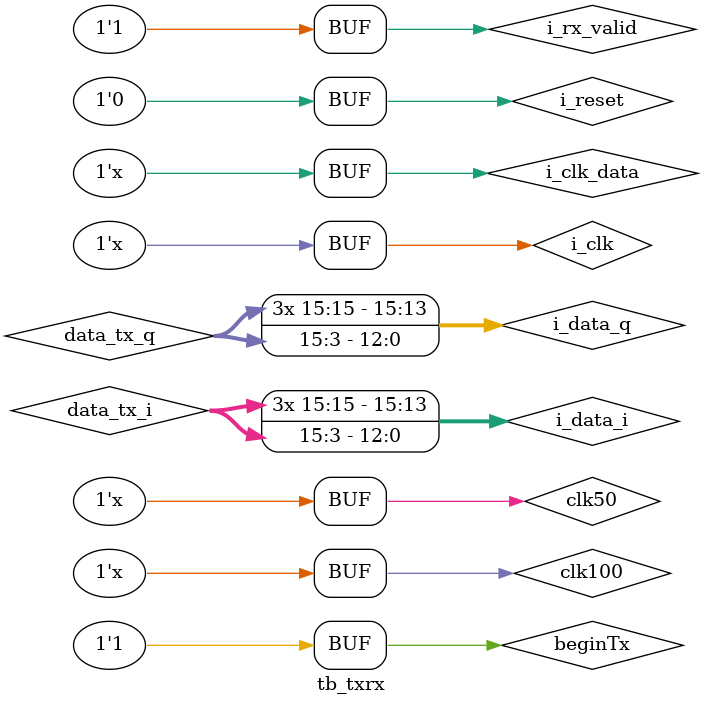
<source format=v>
`timescale 1ns / 1ps


module tb_txrx();

reg clk100 = 0;
always #5 clk100 = !clk100;
reg clk50 = 0;
always #10 clk50 = !clk50;

wire [15:0] data_tx_i;
wire [15:0] data_tx_q;

reg beginTx = 0;
initial #1000 beginTx = 1;

    testtx 
    testGenaData(
    .clk(clk100),
    .data(0),
    .data1(0),
    .mode(3'd4),
    .reset(0),
    .beginTX(beginTx),
    
    .clk_out_data(/*clk_data*/clk50),
    .wayt_output_data(/*en_sin*/1),
    .out_i(data_tx_i),
    .out_q(data_tx_q)
   );
    
//   test_rx
//   _test_recive(
//        .i_clk(clk100),
//        .i_reset(0),
//        .i_clk_data(clk50),
//        .i_rx_valid(1),
//        .i_data_i(data_tx_i),
//        .i_data_q(data_tx_q)
//    );

    wire i_clk;
    wire i_reset;
    wire i_clk_data;
    wire i_rx_valid;
    wire [15:0] i_data_i;
    wire [15:0] i_data_q;
    
    assign i_clk = clk100;
    assign i_reset = 0;
    assign i_clk_data = clk50;
    assign i_rx_valid = 1;
    assign i_data_i = {data_tx_i[15], data_tx_i[15], data_tx_i[15], data_tx_i[15:3]};
    assign i_data_q = {data_tx_q[15], data_tx_q[15], data_tx_q[15], data_tx_q[15:3]}; 
    
    (* dont_touch = "true", MARK_DEBUG="true" *) wire [15:0] w_data_i;
    (* dont_touch = "true", MARK_DEBUG="true" *) wire [15:0] w_data_q;
    
    (* dont_touch = "true", MARK_DEBUG="true" *) wire flag_wayt_data;
    (* dont_touch = "true", MARK_DEBUG="true" *) wire empty;
    wire full;
    (* dont_touch = "true", MARK_DEBUG="true" *) wire fft_valid;
    (* dont_touch = "true", MARK_DEBUG="true" *) wire [15:0] fft_data_i;
    (* dont_touch = "true", MARK_DEBUG="true" *) wire [15:0] fft_data_q;
    
    (* dont_touch = "true", MARK_DEBUG="true" *) wire d_in_fft_valid;
    (* dont_touch = "true", MARK_DEBUG="true" *) wire [15:0] d_in_fft_data_i;
    (* dont_touch = "true", MARK_DEBUG="true" *) wire [15:0] d_in_fft_data_q;
    
    (* dont_touch = "true", MARK_DEBUG="true" *) wire d_find_preamble_a;
    (* dont_touch = "true", MARK_DEBUG="true" *) wire d_find_preamble_b;
    
    (* dont_touch = "true", MARK_DEBUG="true" *) wire [16-1:0] d_data_for_div_i;
    (* dont_touch = "true", MARK_DEBUG="true" *) wire [16-1:0] d_data_for_div_q;
    (* dont_touch = "true", MARK_DEBUG="true" *) wire [16-1:0] d_div_coeff_i;
    (* dont_touch = "true", MARK_DEBUG="true" *) wire [16-1:0] d_div_coeff_q;
    
    (* dont_touch = "true", MARK_DEBUG="true" *) wire [16-1:0] d_in_data_fs_i;
    (* dont_touch = "true", MARK_DEBUG="true" *) wire [16-1:0] d_in_data_fs_q;
    (* dont_touch = "true", MARK_DEBUG="true" *) wire d_frame_sync;
    (* dont_touch = "true", MARK_DEBUG="true" *) wire d_data_fs_valid;
    
    (* dont_touch = "true", MARK_DEBUG="true" *) wire [16-1:0] o_equ_data_i;
    (* dont_touch = "true", MARK_DEBUG="true" *) wire [16-1:0] o_equ_data_q;
    (* dont_touch = "true", MARK_DEBUG="true" *) wire o_equ_valid;
    
//    output t_viewer viewer;
    
//    assign    viewer.sync	= fft_valid;
//    assign    viewer.dat	= {fft_data_q, fft_data_i};
//    assign    viewer.ena 	= 1'b1;
//    assign    viewer.clk    = i_clk;
    
    
    ofdm_frame_res #(   .DATA_SIZE(16)
                     )
    _ofdm_frame_res(
        .i_clk(i_clk),
        .i_en(1'b1),
        .i_reset(i_reset),
        .i_valid(!empty),
        .in_data_i(w_data_i),
        .in_data_q(w_data_q),
        .o_flag_wayt_data(flag_wayt_data),
        .o_find_preamble_a(d_find_preamble_a),
        .o_find_preamble_b(d_find_preamble_b),
        .o_fft_valid(fft_valid),
        .o_fft_data_i(fft_data_i),
        .o_fft_data_q(fft_data_q),
        .o_equ_data_i(o_equ_data_i),
        .o_equ_data_q(o_equ_data_q),
        .o_equ_valid(o_equ_valid),
        
        .d_in_data_fs_i(d_in_data_fs_i),
        .d_in_data_fs_q(d_in_data_fs_q),
        .d_frame_sync(d_frame_sync),
        .d_data_fs_valid(d_data_fs_valid),
        
        .d_in_fft_valid(d_in_fft_valid),
        .d_in_fft_data_i(d_in_fft_data_i),
        .d_in_fft_data_q(d_in_fft_data_q),
        
        .d_data_for_div_i(d_data_for_div_i),
        .d_data_for_div_q(d_data_for_div_q),
        .d_div_coeff_i(d_div_coeff_i),
        .d_div_coeff_q(d_div_coeff_q)
    );
    
    
    
    xpm_fifo_async #(
      .CDC_SYNC_STAGES(2),       // DECIMAL
      .DOUT_RESET_VALUE("0"),    // String
      .ECC_MODE("no_ecc"),       // String
      .FIFO_MEMORY_TYPE("auto"), // String
      .FIFO_READ_LATENCY(1),     // DECIMAL
      .FIFO_WRITE_DEPTH(2048),   // DECIMAL
      .FULL_RESET_VALUE(0),      // DECIMAL
      .PROG_EMPTY_THRESH(10),    // DECIMAL
      .PROG_FULL_THRESH(10),     // DECIMAL
      .RD_DATA_COUNT_WIDTH(1),   // DECIMAL
      .READ_DATA_WIDTH(32),      // DECIMAL
      .READ_MODE("std"),         // String
      .RELATED_CLOCKS(0),        // DECIMAL
      .SIM_ASSERT_CHK(0),        // DECIMAL; 0=disable simulation messages, 1=enable simulation messages
      .USE_ADV_FEATURES("0707"), // String
      .WAKEUP_TIME(0),           // DECIMAL
      .WRITE_DATA_WIDTH(32),     // DECIMAL
      .WR_DATA_COUNT_WIDTH(1)    // DECIMAL
   )
   xpm_fifo_async_inst (
      .almost_empty(/*almost_empty*/),   // 1-bit output: Almost Empty : When asserted, this signal indicates that
                                     // only one more read can be performed before the FIFO goes to empty.

      .almost_full(/*almost_full*/),     // 1-bit output: Almost Full: When asserted, this signal indicates that
                                     // only one more write can be performed before the FIFO is full.

      .data_valid(/*data_valid*/),       // 1-bit output: Read Data Valid: When asserted, this signal indicates
                                     // that valid data is available on the output bus (dout).

      .dbiterr(/*dbiterr*/),             // 1-bit output: Double Bit Error: Indicates that the ECC decoder detected
                                     // a double-bit error and data in the FIFO core is corrupted.

      .dout({w_data_q, w_data_i}),                   // READ_DATA_WIDTH-bit output: Read Data: The output data bus is driven
                                     // when reading the FIFO.

      .empty(empty),                 // 1-bit output: Empty Flag: When asserted, this signal indicates that the
                                     // FIFO is empty. Read requests are ignored when the FIFO is empty,
                                     // initiating a read while empty is not destructive to the FIFO.

      .full(full),                   // 1-bit output: Full Flag: When asserted, this signal indicates that the
                                     // FIFO is full. Write requests are ignored when the FIFO is full,
                                     // initiating a write when the FIFO is full is not destructive to the
                                     // contents of the FIFO.

      .overflow(/*overflow*/),           // 1-bit output: Overflow: This signal indicates that a write request
                                     // (wren) during the prior clock cycle was rejected, because the FIFO is
                                     // full. Overflowing the FIFO is not destructive to the contents of the
                                     // FIFO.

      .prog_empty(/*prog_empty*/),       // 1-bit output: Programmable Empty: This signal is asserted when the
                                     // number of words in the FIFO is less than or equal to the programmable
                                     // empty threshold value. It is de-asserted when the number of words in
                                     // the FIFO exceeds the programmable empty threshold value.

      .prog_full(/*prog_full*/),         // 1-bit output: Programmable Full: This signal is asserted when the
                                     // number of words in the FIFO is greater than or equal to the
                                     // programmable full threshold value. It is de-asserted when the number of
                                     // words in the FIFO is less than the programmable full threshold value.

      .rd_data_count(/*rd_data_count*/), // RD_DATA_COUNT_WIDTH-bit output: Read Data Count: This bus indicates the
                                     // number of words read from the FIFO.

      .rd_rst_busy(/*rd_rst_busy*/),     // 1-bit output: Read Reset Busy: Active-High indicator that the FIFO read
                                     // domain is currently in a reset state.

      .sbiterr(/*sbiterr*/),             // 1-bit output: Single Bit Error: Indicates that the ECC decoder detected
                                     // and fixed a single-bit error.

      .underflow(/*underflow*/),         // 1-bit output: Underflow: Indicates that the read request (rd_en) during
                                     // the previous clock cycle was rejected because the FIFO is empty. Under
                                     // flowing the FIFO is not destructive to the FIFO.

      .wr_ack(/*wr_ack*/),               // 1-bit output: Write Acknowledge: This signal indicates that a write
                                     // request (wr_en) during the prior clock cycle is succeeded.

      .wr_data_count(/*wr_data_count*/), // WR_DATA_COUNT_WIDTH-bit output: Write Data Count: This bus indicates
                                     // the number of words written into the FIFO.

      .wr_rst_busy(/*wr_rst_busy*/),     // 1-bit output: Write Reset Busy: Active-High indicator that the FIFO
                                     // write domain is currently in a reset state.

      .din({i_data_q, i_data_i}),                     // WRITE_DATA_WIDTH-bit input: Write Data: The input data bus used when
                                     // writing the FIFO.

      .injectdbiterr(/*injectdbiterr*/), // 1-bit input: Double Bit Error Injection: Injects a double bit error if
                                     // the ECC feature is used on block RAMs or UltraRAM macros.

      .injectsbiterr(/*injectsbiterr*/), // 1-bit input: Single Bit Error Injection: Injects a single bit error if
                                     // the ECC feature is used on block RAMs or UltraRAM macros.

      .rd_clk(i_clk),               // 1-bit input: Read clock: Used for read operation. rd_clk must be a free
                                     // running clock.

      .rd_en(flag_wayt_data),                 // 1-bit input: Read Enable: If the FIFO is not empty, asserting this
                                     // signal causes data (on dout) to be read from the FIFO. Must be held
                                     // active-low when rd_rst_busy is active high.

      .rst(i_reset),                     // 1-bit input: Reset: Must be synchronous to wr_clk. The clock(s) can be
                                     // unstable at the time of applying reset, but reset must be released only
                                     // after the clock(s) is/are stable.

      .sleep(/*sleep*/1'b0),                 // 1-bit input: Dynamic power saving: If sleep is High, the memory/fifo
                                     // block is in power saving mode.

      .wr_clk(i_clk_data),               // 1-bit input: Write clock: Used for write operation. wr_clk must be a
                                     // free running clock.

      .wr_en(i_rx_valid)                  // 1-bit input: Write Enable: If the FIFO is not full, asserting this
                                     // signal causes data (on din) to be written to the FIFO. Must be held
                                     // active-low when rst or wr_rst_busy is active high.

   );
 
endmodule

</source>
